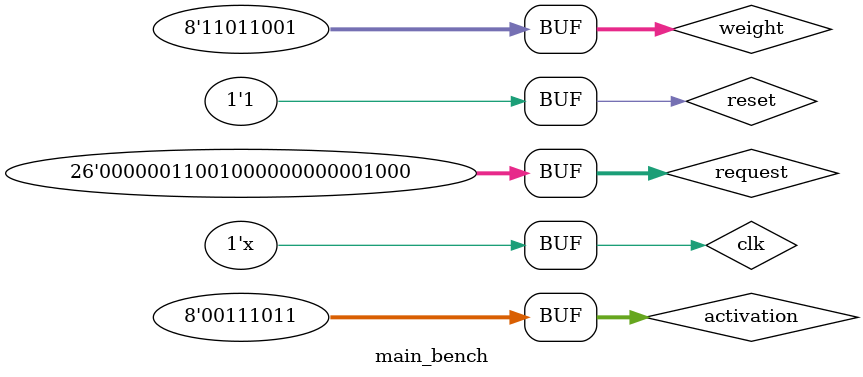
<source format=v>
`timescale 1ns / 1ps


module main_bench();
reg clk,reset;
reg [7:0] activation,weight;
reg [25:0] request;

wire [15:0] filterBit;      
wire [63:0] filterWeight;         
wire [63:0] filterOut;
wire [15:0] drop; 

wire [2:0] op;
wire [2:0] rank_id;
wire [3:0] bg_id;
wire [14:0] addr;

wire [2:0] rank1_id;
wire [3:0] bg1_id;
wire [3:0] addr1;
wire [2:0] rank2_id;
wire [3:0] bg2_id;
wire [3:0] addr2;

wire bgs;
wire [1:0] act_func;

main main1(clk,reset,activation,weight,request,filterBit,filterWeight,filterOut,drop,op,rank_id,bg_id,addr,rank1_id,bg1_id,addr1,rank2_id,bg2_id,addr2,bgs,act_func);

initial clk=1;
always #1 clk<=~clk;

initial
begin 
     reset<=1'b0;    weight<=8'b11_01_10_01;     activation<=8'b00_11_10_11;  request<=26'b00000_001_1001_0000000_00001000; 
     #2  reset<=1'b1;
end

endmodule

</source>
